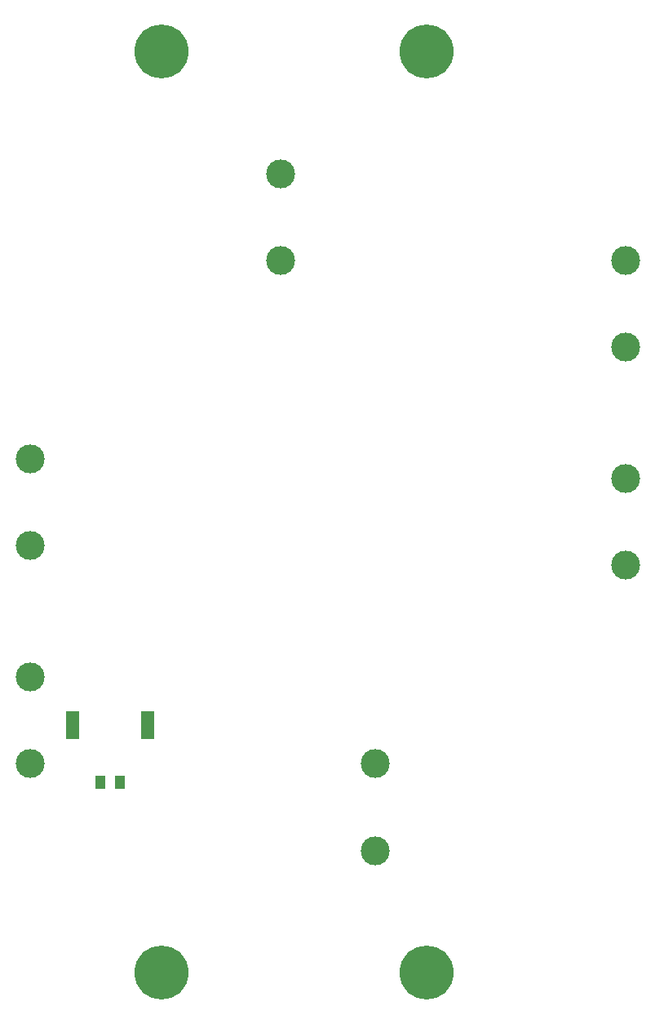
<source format=gbs>
G04 #@! TF.GenerationSoftware,KiCad,Pcbnew,(6.0.5-0)*
G04 #@! TF.CreationDate,2023-03-07T01:18:02-05:00*
G04 #@! TF.ProjectId,new-solar-cell-burn-wire,6e65772d-736f-46c6-9172-2d63656c6c2d,2*
G04 #@! TF.SameCoordinates,Original*
G04 #@! TF.FileFunction,Soldermask,Bot*
G04 #@! TF.FilePolarity,Negative*
%FSLAX46Y46*%
G04 Gerber Fmt 4.6, Leading zero omitted, Abs format (unit mm)*
G04 Created by KiCad (PCBNEW (6.0.5-0)) date 2023-03-07 01:18:02*
%MOMM*%
%LPD*%
G01*
G04 APERTURE LIST*
%ADD10C,3.000000*%
%ADD11C,5.600000*%
%ADD12R,1.100000X1.450000*%
%ADD13R,1.350000X2.899999*%
G04 APERTURE END LIST*
D10*
X84700000Y-116600000D03*
X84700000Y-107600000D03*
X110700000Y-55400000D03*
X110700000Y-64400000D03*
D11*
X125850000Y-42750000D03*
D10*
X84700000Y-94000000D03*
X84700000Y-85000000D03*
D11*
X98350000Y-42750000D03*
D10*
X146500000Y-87000000D03*
X146500000Y-96000000D03*
D11*
X98350000Y-138250000D03*
X125850000Y-138250000D03*
D10*
X120500000Y-125600000D03*
X120500000Y-116600000D03*
X146500000Y-64400000D03*
X146500000Y-73400000D03*
D12*
X92000000Y-118550000D03*
X94000001Y-118550000D03*
D13*
X89105002Y-112575001D03*
X96894997Y-112575001D03*
M02*

</source>
